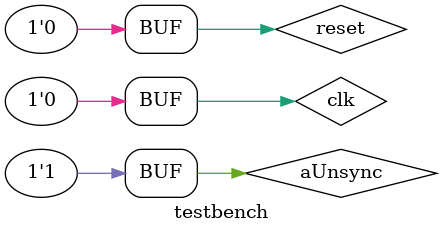
<source format=sv>
module testbench();

    logic clk, reset, aUnsync, bUnsync;
    microPainter mPainter(clk, reset, aUnsync, bUnsync);

    // Simulate clock
    always
        begin
            clk <= 1; # 5; clk <= 0; # 5;
        end

    // Simulate rotary encoder a phase output data
    always
        begin
            aUnsync <= 1; #253; clk <= 0; #268;
        end

    // Simulate rotary encoder b phase output data
    always
        begin
            aUnsync <= 1; #253; clk <= 0; #268;
        end

    initial
        begin
            #5;
            reset <= 1'b1;
            #20;
            reset <= 1'b0;
        end
endmodule

</source>
